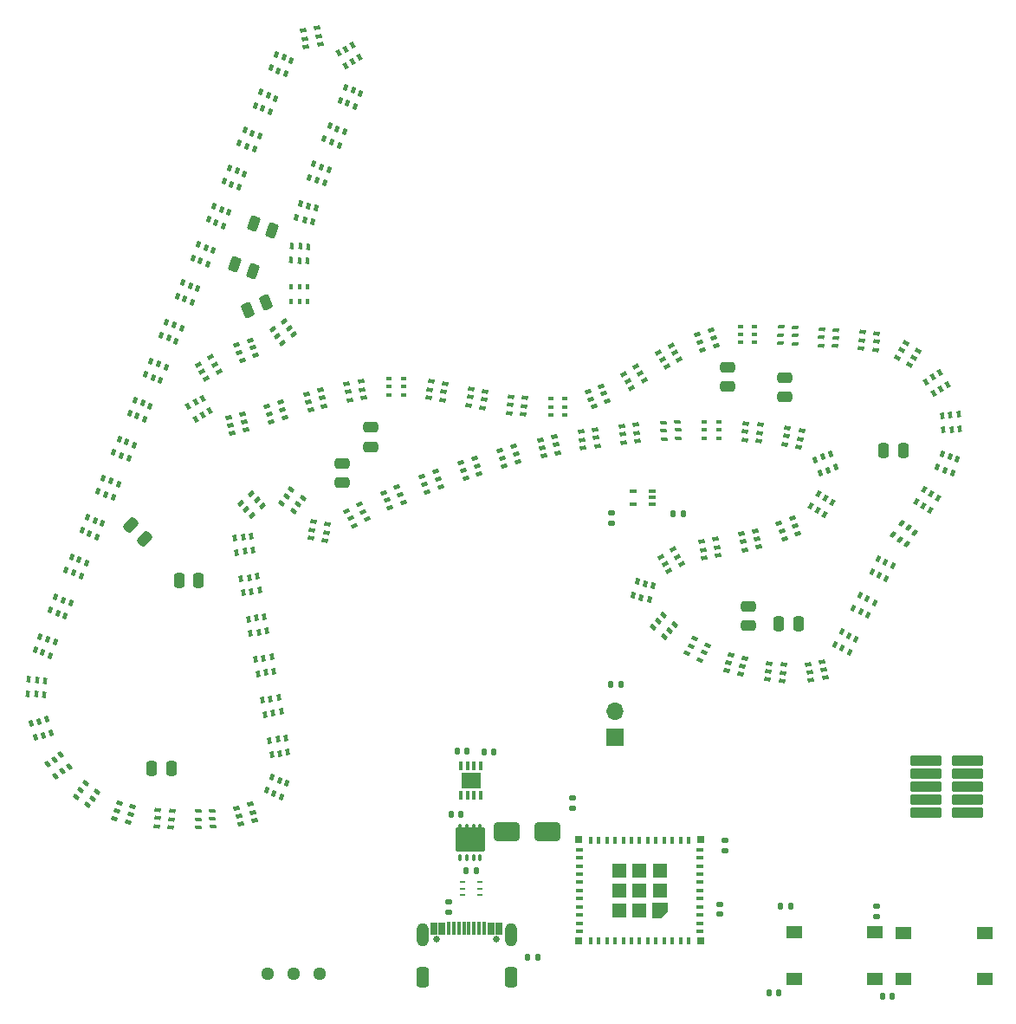
<source format=gbr>
%TF.GenerationSoftware,KiCad,Pcbnew,8.0.1*%
%TF.CreationDate,2024-05-15T12:48:43+01:00*%
%TF.ProjectId,f1-led-circuit,66312d6c-6564-42d6-9369-72637569742e,v1.0*%
%TF.SameCoordinates,Original*%
%TF.FileFunction,Soldermask,Top*%
%TF.FilePolarity,Negative*%
%FSLAX46Y46*%
G04 Gerber Fmt 4.6, Leading zero omitted, Abs format (unit mm)*
G04 Created by KiCad (PCBNEW 8.0.1) date 2024-05-15 12:48:43*
%MOMM*%
%LPD*%
G01*
G04 APERTURE LIST*
G04 Aperture macros list*
%AMRoundRect*
0 Rectangle with rounded corners*
0 $1 Rounding radius*
0 $2 $3 $4 $5 $6 $7 $8 $9 X,Y pos of 4 corners*
0 Add a 4 corners polygon primitive as box body*
4,1,4,$2,$3,$4,$5,$6,$7,$8,$9,$2,$3,0*
0 Add four circle primitives for the rounded corners*
1,1,$1+$1,$2,$3*
1,1,$1+$1,$4,$5*
1,1,$1+$1,$6,$7*
1,1,$1+$1,$8,$9*
0 Add four rect primitives between the rounded corners*
20,1,$1+$1,$2,$3,$4,$5,0*
20,1,$1+$1,$4,$5,$6,$7,0*
20,1,$1+$1,$6,$7,$8,$9,0*
20,1,$1+$1,$8,$9,$2,$3,0*%
%AMRotRect*
0 Rectangle, with rotation*
0 The origin of the aperture is its center*
0 $1 length*
0 $2 width*
0 $3 Rotation angle, in degrees counterclockwise*
0 Add horizontal line*
21,1,$1,$2,0,0,$3*%
%AMFreePoly0*
4,1,6,0.725000,-0.725000,-0.725000,-0.725000,-0.725000,0.125000,-0.125000,0.725000,0.725000,0.725000,0.725000,-0.725000,0.725000,-0.725000,$1*%
G04 Aperture macros list end*
%ADD10RotRect,0.600000X0.400000X345.000000*%
%ADD11C,0.650000*%
%ADD12RoundRect,0.010000X-0.300000X-0.575000X0.300000X-0.575000X0.300000X0.575000X-0.300000X0.575000X0*%
%ADD13RoundRect,0.060000X-0.150000X-0.575000X0.150000X-0.575000X0.150000X0.575000X-0.150000X0.575000X0*%
%ADD14O,1.204000X2.304000*%
%ADD15RoundRect,0.301000X-0.301000X-0.701000X0.301000X-0.701000X0.301000X0.701000X-0.301000X0.701000X0*%
%ADD16RotRect,0.600000X0.400000X120.000000*%
%ADD17R,1.550000X1.300000*%
%ADD18RoundRect,0.250000X-0.475000X0.250000X-0.475000X-0.250000X0.475000X-0.250000X0.475000X0.250000X0*%
%ADD19RotRect,0.600000X0.400000X200.000000*%
%ADD20RotRect,0.600000X0.400000X190.000000*%
%ADD21RotRect,0.600000X0.400000X247.000000*%
%ADD22RotRect,0.600000X0.400000X248.000000*%
%ADD23RotRect,0.600000X0.400000X98.000000*%
%ADD24RoundRect,0.250000X-0.250000X-0.475000X0.250000X-0.475000X0.250000X0.475000X-0.250000X0.475000X0*%
%ADD25RotRect,0.600000X0.400000X35.000000*%
%ADD26R,0.304800X0.812800*%
%ADD27R,1.854200X1.600200*%
%ADD28RotRect,0.600000X0.400000X198.000000*%
%ADD29RoundRect,0.250000X0.397383X0.360849X-0.072464X0.531859X-0.397383X-0.360849X0.072464X-0.531859X0*%
%ADD30R,0.600000X0.400000*%
%ADD31RoundRect,0.140000X-0.140000X-0.170000X0.140000X-0.170000X0.140000X0.170000X-0.140000X0.170000X0*%
%ADD32R,1.700000X1.700000*%
%ADD33O,1.700000X1.700000*%
%ADD34RotRect,0.600000X0.400000X55.000000*%
%ADD35RotRect,0.600000X0.400000X87.000000*%
%ADD36RotRect,0.600000X0.400000X355.000000*%
%ADD37RoundRect,0.250000X-1.000000X-0.650000X1.000000X-0.650000X1.000000X0.650000X-1.000000X0.650000X0*%
%ADD38RotRect,0.600000X0.400000X6.000000*%
%ADD39RotRect,0.600000X0.400000X170.000000*%
%ADD40RotRect,0.600000X0.400000X319.000000*%
%ADD41RotRect,0.600000X0.400000X67.000000*%
%ADD42RoundRect,0.140000X0.170000X-0.140000X0.170000X0.140000X-0.170000X0.140000X-0.170000X-0.140000X0*%
%ADD43RoundRect,0.250000X-0.512652X-0.159099X-0.159099X-0.512652X0.512652X0.159099X0.159099X0.512652X0*%
%ADD44RoundRect,0.140000X0.140000X0.170000X-0.140000X0.170000X-0.140000X-0.170000X0.140000X-0.170000X0*%
%ADD45R,0.800000X0.400000*%
%ADD46R,0.400000X0.800000*%
%ADD47FreePoly0,180.000000*%
%ADD48R,1.450000X1.450000*%
%ADD49R,0.700000X0.700000*%
%ADD50RotRect,0.600000X0.400000X250.000000*%
%ADD51RotRect,0.600000X0.400000X100.000000*%
%ADD52RotRect,0.600000X0.400000X99.000000*%
%ADD53RotRect,0.600000X0.400000X175.000000*%
%ADD54RoundRect,0.100000X0.100000X-0.200000X0.100000X0.200000X-0.100000X0.200000X-0.100000X-0.200000X0*%
%ADD55RoundRect,0.100000X1.300000X-1.075000X1.300000X1.075000X-1.300000X1.075000X-1.300000X-1.075000X0*%
%ADD56RotRect,0.600000X0.400000X192.000000*%
%ADD57RoundRect,0.135000X-0.135000X-0.185000X0.135000X-0.185000X0.135000X0.185000X-0.135000X0.185000X0*%
%ADD58RoundRect,0.140000X-0.170000X0.140000X-0.170000X-0.140000X0.170000X-0.140000X0.170000X0.140000X0*%
%ADD59RotRect,0.600000X0.400000X349.000000*%
%ADD60RotRect,0.600000X0.400000X70.000000*%
%ADD61RotRect,0.600000X0.400000X27.000000*%
%ADD62RotRect,0.600000X0.400000X324.000000*%
%ADD63RotRect,0.600000X0.400000X193.000000*%
%ADD64RotRect,0.600000X0.400000X237.000000*%
%ADD65RotRect,0.600000X0.400000X149.000000*%
%ADD66RotRect,0.600000X0.400000X266.000000*%
%ADD67RoundRect,0.135000X0.185000X-0.135000X0.185000X0.135000X-0.185000X0.135000X-0.185000X-0.135000X0*%
%ADD68RotRect,0.600000X0.400000X325.000000*%
%ADD69RotRect,0.600000X0.400000X42.000000*%
%ADD70RotRect,0.600000X0.400000X356.000000*%
%ADD71RoundRect,0.250000X0.250000X0.475000X-0.250000X0.475000X-0.250000X-0.475000X0.250000X-0.475000X0*%
%ADD72RoundRect,0.135000X0.135000X0.185000X-0.135000X0.185000X-0.135000X-0.185000X0.135000X-0.185000X0*%
%ADD73RotRect,0.600000X0.400000X197.000000*%
%ADD74RotRect,0.600000X0.400000X177.000000*%
%ADD75RotRect,0.600000X0.400000X210.000000*%
%ADD76RotRect,0.600000X0.400000X19.000000*%
%ADD77RotRect,0.600000X0.400000X286.000000*%
%ADD78RoundRect,0.135000X-0.185000X0.135000X-0.185000X-0.135000X0.185000X-0.135000X0.185000X0.135000X0*%
%ADD79RotRect,0.600000X0.400000X23.000000*%
%ADD80R,0.604799X0.229400*%
%ADD81RotRect,0.600000X0.400000X63.000000*%
%ADD82RotRect,0.600000X0.400000X8.000000*%
%ADD83RoundRect,0.250000X-0.044529X-0.534923X0.415723X-0.339557X0.044529X0.534923X-0.415723X0.339557X0*%
%ADD84RotRect,0.600000X0.400000X202.000000*%
%ADD85R,0.400000X0.600000*%
%ADD86RotRect,0.600000X0.400000X123.000000*%
%ADD87RotRect,0.600000X0.400000X350.000000*%
%ADD88RotRect,0.600000X0.400000X95.000000*%
%ADD89RotRect,0.600000X0.400000X75.000000*%
%ADD90RotRect,0.600000X0.400000X354.000000*%
%ADD91C,1.295400*%
%ADD92RotRect,0.600000X0.400000X68.000000*%
%ADD93RotRect,0.600000X0.400000X2.000000*%
%ADD94RotRect,0.600000X0.400000X30.000000*%
%ADD95RoundRect,0.100000X0.225000X0.100000X-0.225000X0.100000X-0.225000X-0.100000X0.225000X-0.100000X0*%
%ADD96RotRect,0.600000X0.400000X178.000000*%
%ADD97RotRect,0.600000X0.400000X18.000000*%
%ADD98RotRect,0.600000X0.400000X292.000000*%
%ADD99RotRect,0.600000X0.400000X57.000000*%
%ADD100RoundRect,0.250000X0.475000X-0.250000X0.475000X0.250000X-0.475000X0.250000X-0.475000X-0.250000X0*%
%ADD101RoundRect,0.250000X-0.397383X-0.360849X0.072464X-0.531859X0.397383X0.360849X-0.072464X0.531859X0*%
%ADD102RotRect,0.600000X0.400000X10.000000*%
%ADD103RotRect,0.600000X0.400000X20.000000*%
%ADD104RotRect,0.600000X0.400000X195.000000*%
%ADD105RoundRect,0.102000X1.395000X-0.370000X1.395000X0.370000X-1.395000X0.370000X-1.395000X-0.370000X0*%
%ADD106RotRect,0.600000X0.400000X3.000000*%
%ADD107RotRect,0.600000X0.400000X12.000000*%
%ADD108RotRect,0.600000X0.400000X211.000000*%
%ADD109RotRect,0.600000X0.400000X16.000000*%
%ADD110RotRect,0.600000X0.400000X344.000000*%
%ADD111RotRect,0.600000X0.400000X332.000000*%
%ADD112RotRect,0.600000X0.400000X255.000000*%
%ADD113RotRect,0.600000X0.400000X305.000000*%
%ADD114RotRect,0.600000X0.400000X15.000000*%
G04 APERTURE END LIST*
D10*
%TO.C,U1*%
X174155907Y-115546086D03*
X173948852Y-116318827D03*
X173741797Y-117091567D03*
X175508203Y-115908433D03*
X175301148Y-116681173D03*
X175094093Y-117453914D03*
%TD*%
D11*
%TO.C,J1*%
X145432500Y-143357500D03*
X151212500Y-143357500D03*
D12*
X145122500Y-142282500D03*
X145922500Y-142282500D03*
D13*
X147072500Y-142282500D03*
X148072500Y-142282500D03*
X148572500Y-142282500D03*
X149572500Y-142282500D03*
D12*
X151522500Y-142282500D03*
X150722500Y-142282500D03*
D13*
X150072500Y-142282500D03*
X149072500Y-142282500D03*
X147572500Y-142282500D03*
X146572500Y-142282500D03*
D14*
X144002500Y-142857500D03*
X152642500Y-142857500D03*
D15*
X144002500Y-147037500D03*
X152642500Y-147037500D03*
%TD*%
D16*
%TO.C,U68*%
X121832179Y-92481217D03*
X122525000Y-92081218D03*
X123217821Y-91681217D03*
X121132179Y-91268783D03*
X121825000Y-90868782D03*
X122517821Y-90468783D03*
%TD*%
D17*
%TO.C,SW1*%
X180325000Y-142675000D03*
X180325000Y-147175000D03*
X188275000Y-142675000D03*
X188275000Y-147175000D03*
%TD*%
D18*
%TO.C,C24*%
X173850000Y-87400000D03*
X173850000Y-89300000D03*
%TD*%
D19*
%TO.C,U8*%
X180731400Y-103687340D03*
X180457784Y-102935585D03*
X180184169Y-102183832D03*
X179415831Y-104166168D03*
X179142216Y-103414415D03*
X178868600Y-102662660D03*
%TD*%
D20*
%TO.C,U72*%
X138278284Y-90391292D03*
X138139365Y-89603447D03*
X138000447Y-88815600D03*
X136899553Y-90634400D03*
X136760635Y-89846553D03*
X136621716Y-89058708D03*
%TD*%
D21*
%TO.C,U55*%
X129684916Y-61168231D03*
X128948512Y-60855646D03*
X128212109Y-60543061D03*
X129137891Y-62456939D03*
X128401488Y-62144354D03*
X127665084Y-61831769D03*
%TD*%
D22*
%TO.C,U45*%
X114303972Y-98850657D03*
X113562225Y-98550971D03*
X112820478Y-98251286D03*
X113779522Y-100148714D03*
X113037775Y-99849029D03*
X112296028Y-99549343D03*
%TD*%
D23*
%TO.C,U26*%
X125880207Y-105529526D03*
X126672421Y-105418188D03*
X127464636Y-105306849D03*
X125685364Y-104143151D03*
X126477579Y-104031812D03*
X127269793Y-103920474D03*
%TD*%
D24*
%TO.C,C26*%
X189125000Y-95575000D03*
X191025000Y-95575000D03*
%TD*%
D25*
%TO.C,U65*%
X129367732Y-83746182D03*
X129826594Y-84401504D03*
X130285455Y-85056825D03*
X130514545Y-82943175D03*
X130973406Y-83598496D03*
X131432268Y-84253818D03*
%TD*%
D26*
%TO.C,U202*%
X149724979Y-126427600D03*
X149074993Y-126427600D03*
X148425007Y-126427600D03*
X147775021Y-126427600D03*
X147775021Y-129272400D03*
X148425007Y-129272400D03*
X149074993Y-129272400D03*
X149724979Y-129272400D03*
D27*
X148750000Y-127850000D03*
%TD*%
D22*
%TO.C,U46*%
X115853972Y-95050657D03*
X115112225Y-94750971D03*
X114370478Y-94451286D03*
X115329522Y-96348714D03*
X114587775Y-96049029D03*
X113846028Y-95749343D03*
%TD*%
D28*
%TO.C,U81*%
X172712953Y-85319534D03*
X172465740Y-84558689D03*
X172218526Y-83797844D03*
X171381474Y-85752156D03*
X171134260Y-84991311D03*
X170887047Y-84230466D03*
%TD*%
D29*
%TO.C,C22*%
X129292708Y-74024919D03*
X127507292Y-73375081D03*
%TD*%
D30*
%TO.C,U73*%
X142150000Y-90125000D03*
X142150000Y-89325000D03*
X142150000Y-88525000D03*
X140750000Y-90125000D03*
X140750000Y-89325000D03*
X140750000Y-88525000D03*
%TD*%
D24*
%TO.C,C15*%
X117575000Y-126675000D03*
X119475000Y-126675000D03*
%TD*%
D22*
%TO.C,U42*%
X109628971Y-110475656D03*
X108887225Y-110175973D03*
X108145477Y-109876286D03*
X109104523Y-111773714D03*
X108362775Y-111474027D03*
X107621029Y-111174344D03*
%TD*%
D31*
%TO.C,C3*%
X188965000Y-148925000D03*
X189925000Y-148925000D03*
%TD*%
D32*
%TO.C,JP1*%
X162825000Y-123575000D03*
D33*
X162825000Y-121035000D03*
%TD*%
D34*
%TO.C,U91*%
X190043175Y-103814547D03*
X190698497Y-104273406D03*
X191353818Y-104732268D03*
X190846182Y-102667732D03*
X191501503Y-103126594D03*
X192156825Y-103585453D03*
%TD*%
D31*
%TO.C,C7*%
X150020000Y-125000000D03*
X150980000Y-125000000D03*
%TD*%
D35*
%TO.C,U63*%
X131214461Y-76957172D03*
X132013364Y-76999040D03*
X132812268Y-77040909D03*
X131287732Y-75559091D03*
X132086636Y-75600960D03*
X132885539Y-75642828D03*
%TD*%
D36*
%TO.C,U12*%
X175647388Y-92917035D03*
X175577664Y-93713991D03*
X175507939Y-94510947D03*
X177042061Y-93039053D03*
X176972336Y-93836009D03*
X176902612Y-94632965D03*
%TD*%
D37*
%TO.C,D1*%
X152250000Y-132825000D03*
X156250000Y-132825000D03*
%TD*%
D38*
%TO.C,U15*%
X163495211Y-93202554D03*
X163578835Y-93998170D03*
X163662458Y-94793787D03*
X164887542Y-93056213D03*
X164971165Y-93851830D03*
X165054789Y-94647446D03*
%TD*%
D39*
%TO.C,U75*%
X149900447Y-91384400D03*
X150039365Y-90596554D03*
X150178284Y-89808708D03*
X148521716Y-91141292D03*
X148660635Y-90353446D03*
X148799553Y-89565600D03*
%TD*%
D40*
%TO.C,U3*%
X167621551Y-111661991D03*
X167096703Y-112265758D03*
X166571857Y-112869527D03*
X168678143Y-112580473D03*
X168153297Y-113184242D03*
X167628449Y-113788009D03*
%TD*%
D41*
%TO.C,U60*%
X134415084Y-65106768D03*
X135151488Y-65419354D03*
X135887892Y-65731938D03*
X134962108Y-63818062D03*
X135698512Y-64130646D03*
X136434916Y-64443232D03*
%TD*%
D42*
%TO.C,C9*%
X173075000Y-140855000D03*
X173075000Y-139895000D03*
%TD*%
D43*
%TO.C,C21*%
X115528249Y-102853249D03*
X116871751Y-104196751D03*
%TD*%
D22*
%TO.C,U51*%
X123578972Y-76050657D03*
X122837225Y-75750973D03*
X122095477Y-75451286D03*
X123054523Y-77348714D03*
X122312775Y-77049027D03*
X121571028Y-76749343D03*
%TD*%
D44*
%TO.C,C4*%
X147780000Y-131100000D03*
X146820000Y-131100000D03*
%TD*%
D45*
%TO.C,U200*%
X171150000Y-142575000D03*
X171150000Y-141775000D03*
X171150000Y-140975000D03*
X171150000Y-140175000D03*
X171150000Y-139375000D03*
X171150000Y-138575000D03*
X171150000Y-137775000D03*
X171150000Y-136975000D03*
X171150000Y-136175000D03*
X171150000Y-135375000D03*
X171150000Y-134575000D03*
D46*
X170050000Y-133675000D03*
X169250000Y-133675000D03*
X168450000Y-133675000D03*
X167650000Y-133675000D03*
X166850000Y-133675000D03*
X166050000Y-133675000D03*
X165250000Y-133675000D03*
X164450000Y-133675000D03*
X163650000Y-133675000D03*
X162850000Y-133675000D03*
X162050000Y-133675000D03*
X161250000Y-133675000D03*
X160450000Y-133675000D03*
D45*
X159350000Y-134575000D03*
X159350000Y-135375000D03*
X159350000Y-136175000D03*
X159350000Y-136975000D03*
X159350000Y-137775000D03*
X159350000Y-138575000D03*
X159350000Y-139375000D03*
X159350000Y-140175000D03*
X159350000Y-140975000D03*
X159350000Y-141775000D03*
X159350000Y-142575000D03*
D46*
X160450000Y-143475000D03*
X161250000Y-143475000D03*
X162050000Y-143475000D03*
X162850000Y-143475000D03*
X163650000Y-143475000D03*
X164450000Y-143475000D03*
X165250000Y-143475000D03*
X166050000Y-143475000D03*
X166850000Y-143475000D03*
X167650000Y-143475000D03*
X168450000Y-143475000D03*
X169250000Y-143475000D03*
X170050000Y-143475000D03*
D47*
X167225000Y-140550000D03*
D48*
X167225000Y-138575000D03*
X167225000Y-136600000D03*
X165250000Y-140550000D03*
X165250000Y-138575000D03*
X165250000Y-136600000D03*
X163275000Y-140550000D03*
X163275000Y-138575000D03*
X163275000Y-136600000D03*
D49*
X159300000Y-143525000D03*
X159300000Y-133625000D03*
X171200000Y-133625000D03*
X171200000Y-143525000D03*
%TD*%
D50*
%TO.C,U41*%
X108141168Y-114290832D03*
X107389414Y-114017215D03*
X106637659Y-113743599D03*
X107662341Y-115606401D03*
X106910586Y-115332785D03*
X106158832Y-115059168D03*
%TD*%
D51*
%TO.C,U30*%
X128633708Y-121353284D03*
X129421554Y-121214365D03*
X130209400Y-121075447D03*
X128390600Y-119974553D03*
X129178446Y-119835635D03*
X129966292Y-119696716D03*
%TD*%
D52*
%TO.C,U27*%
X126519353Y-109491529D03*
X127309503Y-109366381D03*
X128099654Y-109241234D03*
X126300346Y-108108766D03*
X127090497Y-107983619D03*
X127880647Y-107858471D03*
%TD*%
D53*
%TO.C,U85*%
X188302612Y-85707964D03*
X188372337Y-84911008D03*
X188442061Y-84114054D03*
X186907939Y-85585946D03*
X186977663Y-84788992D03*
X187047388Y-83992036D03*
%TD*%
D54*
%TO.C,Q1*%
X147700000Y-135375000D03*
X148350000Y-135375000D03*
X149000000Y-135375000D03*
X149650000Y-135375000D03*
X149650000Y-132425000D03*
X149000000Y-132425000D03*
X148350000Y-132425000D03*
D55*
X148675000Y-133550000D03*
D54*
X147700000Y-132425000D03*
%TD*%
D56*
%TO.C,U7*%
X176901032Y-104986981D03*
X176734703Y-104204463D03*
X176568373Y-103421945D03*
X175531627Y-105278055D03*
X175365297Y-104495537D03*
X175198968Y-103713019D03*
%TD*%
D57*
%TO.C,R1*%
X179015000Y-140075000D03*
X180035000Y-140075000D03*
%TD*%
D58*
%TO.C,C8*%
X162475000Y-101695000D03*
X162475000Y-102655000D03*
%TD*%
D59*
%TO.C,U11*%
X179715508Y-93381133D03*
X179562862Y-94166435D03*
X179410214Y-94951735D03*
X181089786Y-93648265D03*
X180937138Y-94433565D03*
X180784492Y-95218867D03*
%TD*%
D18*
%TO.C,C1*%
X175900000Y-110775000D03*
X175900000Y-112675000D03*
%TD*%
D60*
%TO.C,U89*%
X194333832Y-97209169D03*
X195085585Y-97482784D03*
X195837340Y-97756401D03*
X194812660Y-95893599D03*
X195564415Y-96167216D03*
X196316168Y-96440831D03*
%TD*%
D22*
%TO.C,U50*%
X122053972Y-79775657D03*
X121312225Y-79475971D03*
X120570478Y-79176286D03*
X121529522Y-81073714D03*
X120787775Y-80774029D03*
X120046028Y-80474343D03*
%TD*%
D61*
%TO.C,U22*%
X136613103Y-101479988D03*
X136976295Y-102192792D03*
X137339488Y-102905599D03*
X137860512Y-100844401D03*
X138223705Y-101557208D03*
X138586897Y-102270012D03*
%TD*%
D62*
%TO.C,U37*%
X111103917Y-128116336D03*
X110633690Y-128763550D03*
X110163461Y-129410764D03*
X112236539Y-128939236D03*
X111766310Y-129586450D03*
X111296083Y-130233664D03*
%TD*%
D63*
%TO.C,U69*%
X126762020Y-93572030D03*
X126582059Y-92792534D03*
X126402098Y-92013038D03*
X125397902Y-93886962D03*
X125217941Y-93107466D03*
X125037980Y-92327970D03*
%TD*%
D64*
%TO.C,U9*%
X184102184Y-100673642D03*
X183431247Y-100237931D03*
X182760311Y-99802219D03*
X183339689Y-101847781D03*
X182668753Y-101412069D03*
X181997816Y-100976358D03*
%TD*%
D22*
%TO.C,U48*%
X118953972Y-87425657D03*
X118212225Y-87125971D03*
X117470478Y-86826286D03*
X118429522Y-88723714D03*
X117687775Y-88424029D03*
X116946028Y-88124343D03*
%TD*%
D65*
%TO.C,U86*%
X191637987Y-87196260D03*
X192050017Y-86510527D03*
X192462048Y-85824793D03*
X190437952Y-86475207D03*
X190849983Y-85789473D03*
X191262013Y-85103740D03*
%TD*%
D66*
%TO.C,U40*%
X107146880Y-118057511D03*
X106348829Y-118001705D03*
X105550777Y-117945899D03*
X107049223Y-119454101D03*
X106251171Y-119398295D03*
X105453120Y-119342489D03*
%TD*%
D30*
%TO.C,U77*%
X157950000Y-92125000D03*
X157950000Y-91325000D03*
X157950000Y-90525000D03*
X156550000Y-92125000D03*
X156550000Y-91325000D03*
X156550000Y-90525000D03*
%TD*%
D67*
%TO.C,R6*%
X158675000Y-130535000D03*
X158675000Y-129515000D03*
%TD*%
D17*
%TO.C,SW2*%
X191000000Y-142750000D03*
X191000000Y-147250000D03*
X198950000Y-142750000D03*
X198950000Y-147250000D03*
%TD*%
D68*
%TO.C,U24*%
X131185453Y-99393175D03*
X130726593Y-100048496D03*
X130267732Y-100703818D03*
X132332268Y-100196182D03*
X131873407Y-100851504D03*
X131414547Y-101506825D03*
%TD*%
D69*
%TO.C,U25*%
X126269494Y-100698876D03*
X126804799Y-101293391D03*
X127340103Y-101887907D03*
X127309897Y-99762093D03*
X127845201Y-100356609D03*
X128380506Y-100951124D03*
%TD*%
D22*
%TO.C,U53*%
X126628972Y-68550657D03*
X125887225Y-68250973D03*
X125145478Y-67951286D03*
X126104522Y-69848714D03*
X125362775Y-69549027D03*
X124621028Y-69249343D03*
%TD*%
%TO.C,U44*%
X112753972Y-102700657D03*
X112012225Y-102400973D03*
X111270478Y-102101286D03*
X112229522Y-103998714D03*
X111487775Y-103699027D03*
X110746028Y-103399343D03*
%TD*%
D53*
%TO.C,U76*%
X153902612Y-92007965D03*
X153972336Y-91211009D03*
X154042061Y-90414054D03*
X152507939Y-91885946D03*
X152577664Y-91088991D03*
X152647388Y-90292035D03*
%TD*%
D70*
%TO.C,U35*%
X118157511Y-130703120D03*
X118101704Y-131501171D03*
X118045900Y-132299222D03*
X119554100Y-130800778D03*
X119498296Y-131598829D03*
X119442489Y-132396880D03*
%TD*%
D71*
%TO.C,C18*%
X122125000Y-108275000D03*
X120225000Y-108275000D03*
%TD*%
D72*
%TO.C,R3*%
X155290000Y-145130000D03*
X154270000Y-145130000D03*
%TD*%
D22*
%TO.C,U47*%
X117403972Y-91225657D03*
X116662225Y-90925971D03*
X115920478Y-90626286D03*
X116879522Y-92523714D03*
X116137775Y-92224029D03*
X115396028Y-91924343D03*
%TD*%
D73*
%TO.C,U70*%
X130603311Y-92385384D03*
X130369413Y-91620339D03*
X130135516Y-90855296D03*
X129264484Y-92794704D03*
X129030587Y-92029661D03*
X128796689Y-91264616D03*
%TD*%
D74*
%TO.C,U84*%
X184382172Y-85360539D03*
X184424041Y-84561635D03*
X184465909Y-83762732D03*
X182984091Y-85287268D03*
X183025959Y-84488365D03*
X183067828Y-83689461D03*
%TD*%
D75*
%TO.C,U5*%
X169331216Y-106642820D03*
X168931217Y-105950000D03*
X168531217Y-105257180D03*
X168118783Y-107342820D03*
X167718783Y-106650000D03*
X167318784Y-105957180D03*
%TD*%
D76*
%TO.C,U20*%
X143977682Y-98096483D03*
X144238137Y-98852898D03*
X144498592Y-99609314D03*
X145301408Y-97640686D03*
X145561863Y-98397102D03*
X145822318Y-99153517D03*
%TD*%
D77*
%TO.C,U39*%
X107326063Y-121831607D03*
X106557054Y-122052118D03*
X105788044Y-122272627D03*
X107711956Y-123177373D03*
X106942946Y-123397882D03*
X106173937Y-123618393D03*
%TD*%
D78*
%TO.C,R4*%
X188375000Y-140065000D03*
X188375000Y-141085000D03*
%TD*%
D52*
%TO.C,U31*%
X129294354Y-125291529D03*
X130084504Y-125166381D03*
X130874655Y-125041234D03*
X129075345Y-123908766D03*
X129865496Y-123783619D03*
X130655646Y-123658471D03*
%TD*%
D79*
%TO.C,U21*%
X140243062Y-99687108D03*
X140555646Y-100423512D03*
X140868231Y-101159916D03*
X141531769Y-99140084D03*
X141844354Y-99876488D03*
X142156938Y-100612892D03*
%TD*%
D16*
%TO.C,U58*%
X136507180Y-57956218D03*
X137200000Y-57556218D03*
X137892820Y-57156218D03*
X135807180Y-56743782D03*
X136500000Y-56343782D03*
X137192820Y-55943782D03*
%TD*%
D80*
%TO.C,U203*%
X149648500Y-139024986D03*
X149648500Y-138375000D03*
X149648500Y-137725014D03*
X147951500Y-137725014D03*
X147951500Y-138375000D03*
X147951500Y-139024986D03*
%TD*%
D81*
%TO.C,U94*%
X184344401Y-114535512D03*
X185057208Y-114898705D03*
X185770012Y-115261897D03*
X184979988Y-113288103D03*
X185692792Y-113651295D03*
X186405599Y-114014488D03*
%TD*%
D82*
%TO.C,U16*%
X159520474Y-93730206D03*
X159631813Y-94522421D03*
X159743151Y-95314636D03*
X160906849Y-93535364D03*
X161018187Y-94327579D03*
X161129526Y-95119794D03*
%TD*%
D57*
%TO.C,R5*%
X148240000Y-136650000D03*
X149260000Y-136650000D03*
%TD*%
D83*
%TO.C,C19*%
X126950520Y-81846194D03*
X128699480Y-81103806D03*
%TD*%
D84*
%TO.C,U78*%
X162073714Y-90754522D03*
X161774029Y-90012775D03*
X161474344Y-89271028D03*
X160775656Y-91278972D03*
X160475971Y-90537225D03*
X160176286Y-89795478D03*
%TD*%
D67*
%TO.C,R2*%
X146620000Y-140710000D03*
X146620000Y-139690000D03*
%TD*%
D52*
%TO.C,U29*%
X127919354Y-117391529D03*
X128709505Y-117266382D03*
X129499655Y-117141234D03*
X127700345Y-116008766D03*
X128490495Y-115883618D03*
X129280646Y-115758471D03*
%TD*%
D85*
%TO.C,U64*%
X131200000Y-81000000D03*
X132000000Y-81000000D03*
X132800000Y-81000000D03*
X131200000Y-79600000D03*
X132000000Y-79600000D03*
X132800000Y-79600000D03*
%TD*%
D86*
%TO.C,U87*%
X193985311Y-90022782D03*
X194656248Y-89587069D03*
X195327183Y-89151359D03*
X193222817Y-88848641D03*
X193893752Y-88412931D03*
X194564689Y-87977218D03*
%TD*%
D22*
%TO.C,U49*%
X120466747Y-83599686D03*
X119725000Y-83300000D03*
X118983253Y-83000315D03*
X119942297Y-84897743D03*
X119200550Y-84598058D03*
X118458803Y-84298372D03*
%TD*%
D51*
%TO.C,U28*%
X127233708Y-113453285D03*
X128021554Y-113314366D03*
X128809400Y-113175447D03*
X126990600Y-112074553D03*
X127778446Y-111935634D03*
X128566292Y-111796715D03*
%TD*%
D87*
%TO.C,U23*%
X133374553Y-102540600D03*
X133235635Y-103328446D03*
X133096716Y-104116292D03*
X134753284Y-102783708D03*
X134614365Y-103571554D03*
X134475447Y-104359400D03*
%TD*%
D88*
%TO.C,U88*%
X194964054Y-93567061D03*
X195761009Y-93497336D03*
X196557965Y-93427612D03*
X194842035Y-92172388D03*
X195638991Y-92102664D03*
X196435946Y-92032939D03*
%TD*%
D67*
%TO.C,R7*%
X173625000Y-134685000D03*
X173625000Y-133665000D03*
%TD*%
D89*
%TO.C,U62*%
X131721086Y-72819093D03*
X132493827Y-73026149D03*
X133266567Y-73233203D03*
X132083433Y-71466797D03*
X132856173Y-71673851D03*
X133628914Y-71880907D03*
%TD*%
D90*
%TO.C,U96*%
X177937458Y-116356213D03*
X177853835Y-117151831D03*
X177770212Y-117947448D03*
X179329788Y-116502552D03*
X179246165Y-117298169D03*
X179162542Y-118093787D03*
%TD*%
D18*
%TO.C,C25*%
X138925000Y-93300000D03*
X138925000Y-95200000D03*
%TD*%
D91*
%TO.C,SW3*%
X128870000Y-146700000D03*
X131410000Y-146700000D03*
X133950000Y-146700000D03*
%TD*%
D92*
%TO.C,U59*%
X135971028Y-61349343D03*
X136712776Y-61649028D03*
X137454523Y-61948714D03*
X136495477Y-60051286D03*
X137237224Y-60350972D03*
X137978972Y-60650657D03*
%TD*%
D93*
%TO.C,U34*%
X122072507Y-130799917D03*
X122100426Y-131599430D03*
X122128346Y-132398942D03*
X123471654Y-130751058D03*
X123499574Y-131550570D03*
X123527493Y-132350083D03*
%TD*%
D57*
%TO.C,R8*%
X162440000Y-118400000D03*
X163460000Y-118400000D03*
%TD*%
D94*
%TO.C,U67*%
X122093782Y-87157180D03*
X122493782Y-87850000D03*
X122893782Y-88542820D03*
X123306218Y-86457180D03*
X123706218Y-87150000D03*
X124106218Y-87842820D03*
%TD*%
D95*
%TO.C,U201*%
X166500000Y-100812500D03*
X166500000Y-100162500D03*
X166500000Y-99512500D03*
X164600000Y-99512500D03*
X164600000Y-100812500D03*
%TD*%
D96*
%TO.C,U83*%
X180421655Y-85123942D03*
X180449574Y-84324429D03*
X180477493Y-83524918D03*
X179022507Y-85075082D03*
X179050426Y-84275571D03*
X179078345Y-83476058D03*
%TD*%
D31*
%TO.C,C2*%
X177920000Y-148550000D03*
X178880000Y-148550000D03*
%TD*%
D97*
%TO.C,U19*%
X147762047Y-96755467D03*
X148009261Y-97516312D03*
X148256474Y-98277157D03*
X149093526Y-96322843D03*
X149340739Y-97083688D03*
X149587953Y-97844533D03*
%TD*%
D44*
%TO.C,C10*%
X169500000Y-101750000D03*
X168540000Y-101750000D03*
%TD*%
D98*
%TO.C,U10*%
X183904522Y-95876286D03*
X183162775Y-96175971D03*
X182421028Y-96475656D03*
X184428972Y-97174344D03*
X183687225Y-97474029D03*
X182945478Y-97773714D03*
%TD*%
D21*
%TO.C,U56*%
X131209916Y-57468232D03*
X130473512Y-57155647D03*
X129737108Y-56843062D03*
X130662892Y-58756938D03*
X129926488Y-58444353D03*
X129190084Y-58131768D03*
%TD*%
D30*
%TO.C,U13*%
X171600000Y-92750000D03*
X171600000Y-93550000D03*
X171600000Y-94350000D03*
X173000000Y-92750000D03*
X173000000Y-93550000D03*
X173000000Y-94350000D03*
%TD*%
D92*
%TO.C,U32*%
X128771028Y-128799344D03*
X129512776Y-129099029D03*
X130254522Y-129398714D03*
X129295478Y-127501286D03*
X130037224Y-127800971D03*
X130778972Y-128100656D03*
%TD*%
D20*
%TO.C,U57*%
X134028284Y-55866292D03*
X133889367Y-55078447D03*
X133750447Y-54290601D03*
X132649553Y-56109399D03*
X132510633Y-55321553D03*
X132371716Y-54533708D03*
%TD*%
D99*
%TO.C,U90*%
X192322816Y-100551358D03*
X192993754Y-100987070D03*
X193664689Y-101422781D03*
X193085311Y-99377219D03*
X193756246Y-99812930D03*
X194427184Y-100248642D03*
%TD*%
D24*
%TO.C,C23*%
X178875000Y-112475000D03*
X180775000Y-112475000D03*
%TD*%
D100*
%TO.C,C17*%
X179450000Y-90325000D03*
X179450000Y-88425000D03*
%TD*%
D101*
%TO.C,C20*%
X125632292Y-77400081D03*
X127417708Y-78049919D03*
%TD*%
D39*
%TO.C,U74*%
X145975447Y-90634400D03*
X146114366Y-89846554D03*
X146253284Y-89058708D03*
X144596716Y-90391292D03*
X144735634Y-89603446D03*
X144874553Y-88815600D03*
%TD*%
D102*
%TO.C,U95*%
X181721715Y-116458709D03*
X181860634Y-117246555D03*
X181999553Y-118034400D03*
X183100447Y-116215600D03*
X183239366Y-117003445D03*
X183378285Y-117791291D03*
%TD*%
D103*
%TO.C,U66*%
X125843599Y-85262660D03*
X126117215Y-86014414D03*
X126390831Y-86766168D03*
X127159169Y-84783832D03*
X127432785Y-85535586D03*
X127706401Y-86287340D03*
%TD*%
D22*
%TO.C,U52*%
X125103972Y-72300657D03*
X124362224Y-72000972D03*
X123620477Y-71701286D03*
X124579523Y-73598714D03*
X123837776Y-73299028D03*
X123096028Y-72999343D03*
%TD*%
D104*
%TO.C,U71*%
X134433203Y-91216566D03*
X134226148Y-90443827D03*
X134019093Y-89671086D03*
X133080907Y-91578914D03*
X132873852Y-90806173D03*
X132666797Y-90033434D03*
%TD*%
D105*
%TO.C,J2*%
X197325000Y-130970000D03*
X193255000Y-130970000D03*
X197325000Y-129700000D03*
X193255000Y-129700000D03*
X197325000Y-128430000D03*
X193255000Y-128430000D03*
X197325000Y-127160000D03*
X193255000Y-127160000D03*
X197325000Y-125890000D03*
X193255000Y-125890000D03*
%TD*%
D106*
%TO.C,U14*%
X167559091Y-92837731D03*
X167600959Y-93636636D03*
X167642828Y-94435539D03*
X168957172Y-92764461D03*
X168999041Y-93563364D03*
X169040909Y-94362269D03*
%TD*%
D60*
%TO.C,U61*%
X132933832Y-68884169D03*
X133685586Y-69157784D03*
X134437340Y-69431401D03*
X133412660Y-67568599D03*
X134164414Y-67842216D03*
X134916168Y-68115831D03*
%TD*%
D18*
%TO.C,C16*%
X136175000Y-96800000D03*
X136175000Y-98700000D03*
%TD*%
D81*
%TO.C,U92*%
X187944401Y-107385512D03*
X188657208Y-107748705D03*
X189370012Y-108111897D03*
X188579988Y-106138103D03*
X189292792Y-106501295D03*
X190005599Y-106864488D03*
%TD*%
D107*
%TO.C,U17*%
X155523967Y-94513020D03*
X155690297Y-95295537D03*
X155856626Y-96078055D03*
X156893374Y-94221945D03*
X157059703Y-95004463D03*
X157226033Y-95786980D03*
%TD*%
D30*
%TO.C,U82*%
X176475000Y-85025000D03*
X176475000Y-84225000D03*
X176475000Y-83425000D03*
X175075000Y-85025000D03*
X175075000Y-84225000D03*
X175075000Y-83425000D03*
%TD*%
D108*
%TO.C,U79*%
X165687049Y-88750208D03*
X165275017Y-88064473D03*
X164862987Y-87378740D03*
X164487013Y-89471260D03*
X164074983Y-88785527D03*
X163662951Y-88099792D03*
%TD*%
D109*
%TO.C,U18*%
X151581607Y-95548937D03*
X151802116Y-96317946D03*
X152022627Y-97086956D03*
X152927373Y-95163044D03*
X153147884Y-95932054D03*
X153368393Y-96701063D03*
%TD*%
D22*
%TO.C,U54*%
X128143972Y-64840657D03*
X127402225Y-64540971D03*
X126660478Y-64241286D03*
X127619522Y-66138714D03*
X126877775Y-65839029D03*
X126136028Y-65539343D03*
%TD*%
D110*
%TO.C,U36*%
X114372627Y-129988044D03*
X114152117Y-130757053D03*
X113931607Y-131526063D03*
X115718393Y-130373937D03*
X115497883Y-131142947D03*
X115277373Y-131911956D03*
%TD*%
D111*
%TO.C,U2*%
X170657514Y-113965012D03*
X170281937Y-114671370D03*
X169906359Y-115377729D03*
X171893641Y-114622271D03*
X171518063Y-115328630D03*
X171142486Y-116034988D03*
%TD*%
D112*
%TO.C,U4*%
X166553914Y-108780907D03*
X165781173Y-108573853D03*
X165008432Y-108366796D03*
X166191568Y-110133204D03*
X165418827Y-109926147D03*
X164646086Y-109719093D03*
%TD*%
D113*
%TO.C,U38*%
X108678818Y-125317732D03*
X108023496Y-125776594D03*
X107368175Y-126235455D03*
X109481825Y-126464545D03*
X108826504Y-126923406D03*
X108171182Y-127382268D03*
%TD*%
D75*
%TO.C,U80*%
X169106218Y-86667820D03*
X168706218Y-85974999D03*
X168306218Y-85282180D03*
X167893782Y-87367820D03*
X167493782Y-86675001D03*
X167093782Y-85982180D03*
%TD*%
D81*
%TO.C,U93*%
X186144401Y-110960512D03*
X186857208Y-111323705D03*
X187570012Y-111686897D03*
X186779988Y-109713103D03*
X187492792Y-110076295D03*
X188205599Y-110439488D03*
%TD*%
D22*
%TO.C,U43*%
X111203972Y-106550656D03*
X110462225Y-106250971D03*
X109720478Y-105951286D03*
X110679522Y-107848714D03*
X109937775Y-107549029D03*
X109196028Y-107249344D03*
%TD*%
D44*
%TO.C,C6*%
X148380000Y-124975000D03*
X147420000Y-124975000D03*
%TD*%
D20*
%TO.C,U6*%
X172953284Y-105816293D03*
X172814365Y-105028447D03*
X172675447Y-104240601D03*
X171574553Y-106059399D03*
X171435635Y-105271553D03*
X171296716Y-104483707D03*
%TD*%
D114*
%TO.C,U33*%
X125866796Y-130508432D03*
X126073852Y-131281173D03*
X126280907Y-132053913D03*
X127219093Y-130146087D03*
X127426148Y-130918827D03*
X127633204Y-131691568D03*
%TD*%
M02*

</source>
